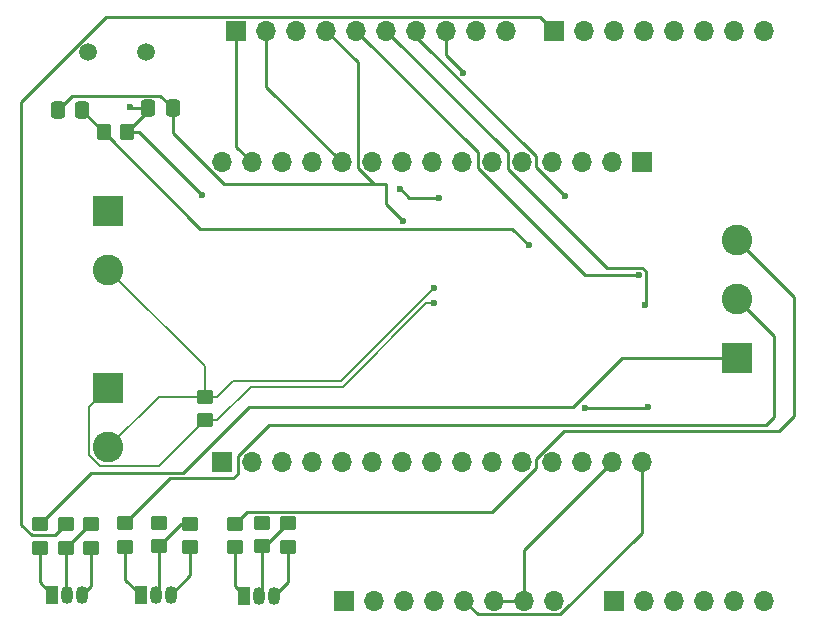
<source format=gbr>
%TF.GenerationSoftware,KiCad,Pcbnew,8.0.2-1*%
%TF.CreationDate,2024-05-27T06:20:34-04:00*%
%TF.ProjectId,ORA_Arduino_ESP_CAN_Shield_Rev_2,4f52415f-4172-4647-9569-6e6f5f455350,rev?*%
%TF.SameCoordinates,Original*%
%TF.FileFunction,Copper,L1,Top*%
%TF.FilePolarity,Positive*%
%FSLAX46Y46*%
G04 Gerber Fmt 4.6, Leading zero omitted, Abs format (unit mm)*
G04 Created by KiCad (PCBNEW 8.0.2-1) date 2024-05-27 06:20:34*
%MOMM*%
%LPD*%
G01*
G04 APERTURE LIST*
G04 Aperture macros list*
%AMRoundRect*
0 Rectangle with rounded corners*
0 $1 Rounding radius*
0 $2 $3 $4 $5 $6 $7 $8 $9 X,Y pos of 4 corners*
0 Add a 4 corners polygon primitive as box body*
4,1,4,$2,$3,$4,$5,$6,$7,$8,$9,$2,$3,0*
0 Add four circle primitives for the rounded corners*
1,1,$1+$1,$2,$3*
1,1,$1+$1,$4,$5*
1,1,$1+$1,$6,$7*
1,1,$1+$1,$8,$9*
0 Add four rect primitives between the rounded corners*
20,1,$1+$1,$2,$3,$4,$5,0*
20,1,$1+$1,$4,$5,$6,$7,0*
20,1,$1+$1,$6,$7,$8,$9,0*
20,1,$1+$1,$8,$9,$2,$3,0*%
G04 Aperture macros list end*
%TA.AperFunction,ComponentPad*%
%ADD10R,1.700000X1.700000*%
%TD*%
%TA.AperFunction,ComponentPad*%
%ADD11O,1.700000X1.700000*%
%TD*%
%TA.AperFunction,SMDPad,CuDef*%
%ADD12RoundRect,0.250000X0.337500X0.475000X-0.337500X0.475000X-0.337500X-0.475000X0.337500X-0.475000X0*%
%TD*%
%TA.AperFunction,SMDPad,CuDef*%
%ADD13RoundRect,0.250000X-0.450000X0.350000X-0.450000X-0.350000X0.450000X-0.350000X0.450000X0.350000X0*%
%TD*%
%TA.AperFunction,ComponentPad*%
%ADD14R,1.050000X1.500000*%
%TD*%
%TA.AperFunction,ComponentPad*%
%ADD15O,1.050000X1.500000*%
%TD*%
%TA.AperFunction,SMDPad,CuDef*%
%ADD16RoundRect,0.250000X0.350000X0.450000X-0.350000X0.450000X-0.350000X-0.450000X0.350000X-0.450000X0*%
%TD*%
%TA.AperFunction,ComponentPad*%
%ADD17R,2.600000X2.600000*%
%TD*%
%TA.AperFunction,ComponentPad*%
%ADD18C,2.600000*%
%TD*%
%TA.AperFunction,ComponentPad*%
%ADD19C,1.500000*%
%TD*%
%TA.AperFunction,ViaPad*%
%ADD20C,0.600000*%
%TD*%
%TA.AperFunction,Conductor*%
%ADD21C,0.250000*%
%TD*%
%TA.AperFunction,Conductor*%
%ADD22C,0.200000*%
%TD*%
G04 APERTURE END LIST*
D10*
%TO.P,J1,1,Pin_1*%
%TO.N,unconnected-(J1-Pin_1-Pad1)*%
X127940000Y-97460000D03*
D11*
%TO.P,J1,2,Pin_2*%
%TO.N,unconnected-(J1-Pin_2-Pad2)*%
X130480000Y-97460000D03*
%TO.P,J1,3,Pin_3*%
%TO.N,unconnected-(J1-Pin_3-Pad3)*%
X133020000Y-97460000D03*
%TO.P,J1,4,Pin_4*%
%TO.N,unconnected-(J1-Pin_4-Pad4)*%
X135560000Y-97460000D03*
%TO.P,J1,5,Pin_5*%
%TO.N,+5V*%
X138100000Y-97460000D03*
%TO.P,J1,6,Pin_6*%
%TO.N,GND*%
X140640000Y-97460000D03*
%TO.P,J1,7,Pin_7*%
X143180000Y-97460000D03*
%TO.P,J1,8,Pin_8*%
%TO.N,unconnected-(J1-Pin_8-Pad8)*%
X145720000Y-97460000D03*
%TD*%
D10*
%TO.P,J3,1,Pin_1*%
%TO.N,unconnected-(J3-Pin_1-Pad1)*%
X150800000Y-97460000D03*
D11*
%TO.P,J3,2,Pin_2*%
%TO.N,unconnected-(J3-Pin_2-Pad2)*%
X153340000Y-97460000D03*
%TO.P,J3,3,Pin_3*%
%TO.N,unconnected-(J3-Pin_3-Pad3)*%
X155880000Y-97460000D03*
%TO.P,J3,4,Pin_4*%
%TO.N,unconnected-(J3-Pin_4-Pad4)*%
X158420000Y-97460000D03*
%TO.P,J3,5,Pin_5*%
%TO.N,unconnected-(J3-Pin_5-Pad5)*%
X160960000Y-97460000D03*
%TO.P,J3,6,Pin_6*%
%TO.N,unconnected-(J3-Pin_6-Pad6)*%
X163500000Y-97460000D03*
%TD*%
D10*
%TO.P,J2,1,Pin_1*%
%TO.N,SCL*%
X118796000Y-49200000D03*
D11*
%TO.P,J2,2,Pin_2*%
%TO.N,SDA*%
X121336000Y-49200000D03*
%TO.P,J2,3,Pin_3*%
%TO.N,unconnected-(J2-Pin_3-Pad3)*%
X123876000Y-49200000D03*
%TO.P,J2,4,Pin_4*%
%TO.N,GND*%
X126416000Y-49200000D03*
%TO.P,J2,5,Pin_5*%
%TO.N,SCK*%
X128956000Y-49200000D03*
%TO.P,J2,6,Pin_6*%
%TO.N,SO*%
X131496000Y-49200000D03*
%TO.P,J2,7,Pin_7*%
%TO.N,SI*%
X134036000Y-49200000D03*
%TO.P,J2,8,Pin_8*%
%TO.N,CS*%
X136576000Y-49200000D03*
%TO.P,J2,9,Pin_9*%
%TO.N,unconnected-(J2-Pin_9-Pad9)*%
X139116000Y-49200000D03*
%TO.P,J2,10,Pin_10*%
%TO.N,unconnected-(J2-Pin_10-Pad10)*%
X141656000Y-49200000D03*
%TD*%
D10*
%TO.P,J4,1,Pin_1*%
%TO.N,LEDPWR_R*%
X145720000Y-49200000D03*
D11*
%TO.P,J4,2,Pin_2*%
%TO.N,LEDPWR_G*%
X148260000Y-49200000D03*
%TO.P,J4,3,Pin_3*%
%TO.N,LEDPWR_B*%
X150800000Y-49200000D03*
%TO.P,J4,4,Pin_4*%
%TO.N,unconnected-(J4-Pin_4-Pad4)*%
X153340000Y-49200000D03*
%TO.P,J4,5,Pin_5*%
%TO.N,unconnected-(J4-Pin_5-Pad5)*%
X155880000Y-49200000D03*
%TO.P,J4,6,Pin_6*%
%TO.N,unconnected-(J4-Pin_6-Pad6)*%
X158420000Y-49200000D03*
%TO.P,J4,7,Pin_7*%
%TO.N,unconnected-(J4-Pin_7-Pad7)*%
X160960000Y-49200000D03*
%TO.P,J4,8,Pin_8*%
%TO.N,unconnected-(J4-Pin_8-Pad8)*%
X163500000Y-49200000D03*
%TD*%
D12*
%TO.P,C4,1*%
%TO.N,GND*%
X113427500Y-55790000D03*
%TO.P,C4,2*%
%TO.N,Net-(U4-OSC2)*%
X111352500Y-55790000D03*
%TD*%
D13*
%TO.P,R4,1*%
%TO.N,LEDPWR_R*%
X104410000Y-90980000D03*
%TO.P,R4,2*%
%TO.N,Net-(Q1-G)*%
X104410000Y-92980000D03*
%TD*%
D14*
%TO.P,Q2,1,D*%
%TO.N,Net-(Q2-D)*%
X119490000Y-97050000D03*
D15*
%TO.P,Q2,2,G*%
%TO.N,Net-(Q2-G)*%
X120760000Y-97050000D03*
%TO.P,Q2,3,S*%
%TO.N,GND*%
X122030000Y-97050000D03*
%TD*%
D14*
%TO.P,Q1,1,D*%
%TO.N,Net-(Q1-D)*%
X103200000Y-96960000D03*
D15*
%TO.P,Q1,2,G*%
%TO.N,Net-(Q1-G)*%
X104470000Y-96960000D03*
%TO.P,Q1,3,S*%
%TO.N,GND*%
X105740000Y-96960000D03*
%TD*%
D16*
%TO.P,R10,1*%
%TO.N,Net-(U4-OSC2)*%
X109560000Y-57780000D03*
%TO.P,R10,2*%
%TO.N,Net-(U4-OSC1)*%
X107560000Y-57780000D03*
%TD*%
D13*
%TO.P,R13,1*%
%TO.N,LEDPWR_G*%
X112230000Y-90870000D03*
%TO.P,R13,2*%
%TO.N,Net-(Q4-G)*%
X112230000Y-92870000D03*
%TD*%
D12*
%TO.P,C5,1*%
%TO.N,Net-(U4-OSC1)*%
X105767500Y-55900000D03*
%TO.P,C5,2*%
%TO.N,GND*%
X103692500Y-55900000D03*
%TD*%
D14*
%TO.P,Q4,1,D*%
%TO.N,Net-(Q4-D)*%
X110700000Y-96980000D03*
D15*
%TO.P,Q4,2,G*%
%TO.N,Net-(Q4-G)*%
X111970000Y-96980000D03*
%TO.P,Q4,3,S*%
%TO.N,GND*%
X113240000Y-96980000D03*
%TD*%
D17*
%TO.P,J5,1,Pin_1*%
%TO.N,CAN-*%
X107960000Y-64450000D03*
D18*
%TO.P,J5,2,Pin_2*%
%TO.N,CAN+*%
X107960000Y-69450000D03*
%TD*%
D13*
%TO.P,R7,1*%
%TO.N,LEDPWR_B*%
X120970000Y-90870000D03*
%TO.P,R7,2*%
%TO.N,Net-(Q2-G)*%
X120970000Y-92870000D03*
%TD*%
%TO.P,R6,1*%
%TO.N,LED_R*%
X102160000Y-91000000D03*
%TO.P,R6,2*%
%TO.N,Net-(Q1-D)*%
X102160000Y-93000000D03*
%TD*%
D17*
%TO.P,J6,1,Pin_1*%
%TO.N,CAN-*%
X107965000Y-79450000D03*
D18*
%TO.P,J6,2,Pin_2*%
%TO.N,CAN+*%
X107965000Y-84450000D03*
%TD*%
D19*
%TO.P,Y2,1,1*%
%TO.N,Net-(U4-OSC1)*%
X106280000Y-51050000D03*
%TO.P,Y2,2,2*%
%TO.N,Net-(U4-OSC2)*%
X111160000Y-51050000D03*
%TD*%
D13*
%TO.P,R5,1*%
%TO.N,Net-(Q1-G)*%
X106520000Y-90980000D03*
%TO.P,R5,2*%
%TO.N,GND*%
X106520000Y-92980000D03*
%TD*%
%TO.P,TR1,1*%
%TO.N,CAN+*%
X116120000Y-80200000D03*
%TO.P,TR1,2*%
%TO.N,CAN-*%
X116120000Y-82200000D03*
%TD*%
D17*
%TO.P,J7,1,Pin_1*%
%TO.N,LED_R*%
X161190000Y-76940000D03*
D18*
%TO.P,J7,2,Pin_2*%
%TO.N,LED_G*%
X161190000Y-71940000D03*
%TO.P,J7,3,Pin_3*%
%TO.N,LED_B*%
X161190000Y-66940000D03*
%TD*%
D10*
%TO.P,U1,1,3V3*%
%TO.N,unconnected-(U1-3V3-Pad1)*%
X153120000Y-60330000D03*
D11*
%TO.P,U1,2,GND*%
%TO.N,GND*%
X150580000Y-60330000D03*
%TO.P,U1,3,D15*%
%TO.N,unconnected-(U1-D15-Pad3)*%
X148040000Y-60330000D03*
%TO.P,U1,4,D2*%
%TO.N,unconnected-(U1-D2-Pad4)*%
X145500000Y-60330000D03*
%TO.P,U1,5,D4*%
%TO.N,unconnected-(U1-D4-Pad5)*%
X142960000Y-60330000D03*
%TO.P,U1,6,RX2*%
%TO.N,unconnected-(U1-RX2-Pad6)*%
X140420000Y-60330000D03*
%TO.P,U1,7,TX2*%
%TO.N,unconnected-(U1-TX2-Pad7)*%
X137880000Y-60330000D03*
%TO.P,U1,8,D5*%
%TO.N,unconnected-(U1-D5-Pad8)*%
X135340000Y-60330000D03*
%TO.P,U1,9,D18*%
%TO.N,unconnected-(U1-D18-Pad9)*%
X132800000Y-60330000D03*
%TO.P,U1,10,D19*%
%TO.N,unconnected-(U1-D19-Pad10)*%
X130260000Y-60330000D03*
%TO.P,U1,11,D21*%
%TO.N,SDA*%
X127720000Y-60330000D03*
%TO.P,U1,12,RX0*%
%TO.N,unconnected-(U1-RX0-Pad12)*%
X125180000Y-60330000D03*
%TO.P,U1,13,TX0*%
%TO.N,unconnected-(U1-TX0-Pad13)*%
X122640000Y-60330000D03*
%TO.P,U1,14,D22*%
%TO.N,SCL*%
X120100000Y-60330000D03*
%TO.P,U1,15,D23*%
%TO.N,unconnected-(U1-D23-Pad15)*%
X117560000Y-60330000D03*
D10*
%TO.P,U1,16,EN*%
%TO.N,unconnected-(U1-EN-Pad16)*%
X117580000Y-85730000D03*
D11*
%TO.P,U1,17,VP*%
%TO.N,unconnected-(U1-VP-Pad17)*%
X120120000Y-85730000D03*
%TO.P,U1,18,VN*%
%TO.N,unconnected-(U1-VN-Pad18)*%
X122660000Y-85730000D03*
%TO.P,U1,19,D34*%
%TO.N,unconnected-(U1-D34-Pad19)*%
X125200000Y-85730000D03*
%TO.P,U1,20,D35*%
%TO.N,unconnected-(U1-D35-Pad20)*%
X127740000Y-85730000D03*
%TO.P,U1,21,D32*%
%TO.N,unconnected-(U1-D32-Pad21)*%
X130280000Y-85730000D03*
%TO.P,U1,22,D33*%
%TO.N,unconnected-(U1-D33-Pad22)*%
X132820000Y-85730000D03*
%TO.P,U1,23,D25*%
%TO.N,unconnected-(U1-D25-Pad23)*%
X135360000Y-85730000D03*
%TO.P,U1,24,D26*%
%TO.N,unconnected-(U1-D26-Pad24)*%
X137900000Y-85730000D03*
%TO.P,U1,25,D27*%
%TO.N,unconnected-(U1-D27-Pad25)*%
X140440000Y-85730000D03*
%TO.P,U1,26,D14*%
%TO.N,unconnected-(U1-D14-Pad26)*%
X142980000Y-85730000D03*
%TO.P,U1,27,D12*%
%TO.N,unconnected-(U1-D12-Pad27)*%
X145520000Y-85730000D03*
%TO.P,U1,28,D13*%
%TO.N,unconnected-(U1-D13-Pad28)*%
X148060000Y-85730000D03*
%TO.P,U1,29,GND*%
%TO.N,GND*%
X150600000Y-85730000D03*
%TO.P,U1,30,VIN*%
%TO.N,+5V*%
X153140000Y-85730000D03*
%TD*%
D13*
%TO.P,R8,1*%
%TO.N,Net-(Q2-G)*%
X123180000Y-90890000D03*
%TO.P,R8,2*%
%TO.N,GND*%
X123180000Y-92890000D03*
%TD*%
%TO.P,R15,1*%
%TO.N,LED_G*%
X109410000Y-90920000D03*
%TO.P,R15,2*%
%TO.N,Net-(Q4-D)*%
X109410000Y-92920000D03*
%TD*%
%TO.P,R14,1*%
%TO.N,Net-(Q4-G)*%
X114920000Y-90950000D03*
%TO.P,R14,2*%
%TO.N,GND*%
X114920000Y-92950000D03*
%TD*%
%TO.P,R9,1*%
%TO.N,LED_B*%
X118670000Y-90940000D03*
%TO.P,R9,2*%
%TO.N,Net-(Q2-D)*%
X118670000Y-92940000D03*
%TD*%
D20*
%TO.N,GND*%
X153660000Y-81030000D03*
X148330000Y-81190000D03*
X132920000Y-65340000D03*
%TO.N,Net-(U4-OSC2)*%
X132680000Y-62650000D03*
X135960000Y-63360000D03*
X109800000Y-55700000D03*
X115910000Y-63130000D03*
%TO.N,Net-(U4-OSC1)*%
X143540000Y-67380000D03*
X105790000Y-55910000D03*
%TO.N,LEDPWR_G*%
X112190000Y-90840000D03*
%TO.N,LEDPWR_B*%
X120940000Y-90850000D03*
%TO.N,SCK*%
X152860000Y-69910000D03*
%TO.N,SI*%
X146620000Y-63240000D03*
%TO.N,CS*%
X137990000Y-52760000D03*
%TO.N,SO*%
X153400000Y-72440000D03*
%TO.N,CAN-*%
X135530000Y-72270000D03*
%TO.N,CAN+*%
X135530000Y-71000000D03*
%TD*%
D21*
%TO.N,GND*%
X126416000Y-49200000D02*
X129085000Y-51869000D01*
X114920000Y-95300000D02*
X113240000Y-96980000D01*
X153660000Y-81030000D02*
X153660000Y-80940000D01*
X150600000Y-85730000D02*
X143180000Y-93150000D01*
X123180000Y-92890000D02*
X123180000Y-95900000D01*
X114920000Y-92950000D02*
X114920000Y-95300000D01*
X106520000Y-92980000D02*
X106520000Y-96180000D01*
X153660000Y-80940000D02*
X153600000Y-81000000D01*
X113427500Y-57859201D02*
X117778299Y-62210000D01*
X153410000Y-81190000D02*
X153570000Y-81030000D01*
X153570000Y-81030000D02*
X153660000Y-81030000D01*
X143180000Y-93150000D02*
X143180000Y-97460000D01*
X117778299Y-62210000D02*
X131480000Y-62210000D01*
X106520000Y-96180000D02*
X105740000Y-96960000D01*
X140640000Y-97460000D02*
X143180000Y-97460000D01*
X132920000Y-65320000D02*
X132920000Y-65340000D01*
X148330000Y-81190000D02*
X153410000Y-81190000D01*
X129085000Y-51869000D02*
X129085000Y-60816701D01*
X131480000Y-62210000D02*
X131480000Y-63880000D01*
X129085000Y-60816701D02*
X130478299Y-62210000D01*
X132940000Y-65340000D02*
X132880000Y-65280000D01*
X123180000Y-95900000D02*
X122030000Y-97050000D01*
X103692500Y-55900000D02*
X104852500Y-54740000D01*
X112377500Y-54740000D02*
X113427500Y-55790000D01*
X130478299Y-62210000D02*
X131480000Y-62210000D01*
X132920000Y-65340000D02*
X132940000Y-65340000D01*
X131480000Y-63880000D02*
X132920000Y-65320000D01*
X104852500Y-54740000D02*
X112377500Y-54740000D01*
X113427500Y-55790000D02*
X113427500Y-57859201D01*
%TO.N,+5V*%
X153140000Y-91720000D02*
X153140000Y-85730000D01*
X146225000Y-98635000D02*
X153140000Y-91720000D01*
X139275000Y-98635000D02*
X146225000Y-98635000D01*
X138100000Y-97460000D02*
X139275000Y-98635000D01*
%TO.N,Net-(U4-OSC2)*%
X132680000Y-62620000D02*
X132740000Y-62680000D01*
X115910000Y-63130000D02*
X110560000Y-57780000D01*
X111352500Y-55790000D02*
X111352500Y-55987500D01*
X132710000Y-62650000D02*
X132680000Y-62650000D01*
X110560000Y-57780000D02*
X109560000Y-57780000D01*
X132680000Y-62650000D02*
X132680000Y-62620000D01*
X109890000Y-55790000D02*
X109800000Y-55700000D01*
X111352500Y-55790000D02*
X109890000Y-55790000D01*
X135960000Y-63360000D02*
X133420000Y-63360000D01*
X133420000Y-63360000D02*
X132710000Y-62650000D01*
X109800000Y-55700000D02*
X109830000Y-55730000D01*
X111352500Y-55987500D02*
X109560000Y-57780000D01*
%TO.N,Net-(U4-OSC1)*%
X105767500Y-55900000D02*
X105790000Y-55910000D01*
X105790000Y-55910000D02*
X105767500Y-55987500D01*
X143540000Y-67360000D02*
X143540000Y-67380000D01*
X143540000Y-67380000D02*
X143560000Y-67380000D01*
X115745000Y-65965000D02*
X142145000Y-65965000D01*
X142145000Y-65965000D02*
X143540000Y-67360000D01*
X105767500Y-55987500D02*
X107560000Y-57780000D01*
X107560000Y-57780000D02*
X115745000Y-65965000D01*
X143560000Y-67380000D02*
X143480000Y-67300000D01*
%TO.N,LEDPWR_R*%
X100562000Y-55228000D02*
X107765000Y-48025000D01*
X101464900Y-91925000D02*
X100562000Y-91022100D01*
X144545000Y-48025000D02*
X145720000Y-49200000D01*
X100562000Y-91022100D02*
X100562000Y-55228000D01*
X104410000Y-90980000D02*
X103465000Y-91925000D01*
X103465000Y-91925000D02*
X101464900Y-91925000D01*
X107765000Y-48025000D02*
X144545000Y-48025000D01*
%TO.N,LED_B*%
X144155000Y-85433299D02*
X146508299Y-83080000D01*
X146508299Y-83080000D02*
X164790000Y-83080000D01*
X166030000Y-71780000D02*
X161190000Y-66940000D01*
X164790000Y-83080000D02*
X166030000Y-81840000D01*
X166030000Y-81840000D02*
X166030000Y-71780000D01*
X118670000Y-90940000D02*
X119665000Y-89945000D01*
X140426701Y-89945000D02*
X144155000Y-86216701D01*
X119665000Y-89945000D02*
X140426701Y-89945000D01*
X144155000Y-86216701D02*
X144155000Y-85433299D01*
%TO.N,LED_R*%
X102160000Y-91000000D02*
X106500000Y-86660000D01*
X147346116Y-81090000D02*
X151496116Y-76940000D01*
X106500000Y-86660000D02*
X114300000Y-86660000D01*
X119870000Y-81090000D02*
X147346116Y-81090000D01*
X114300000Y-86660000D02*
X119870000Y-81090000D01*
X151496116Y-76940000D02*
X161190000Y-76940000D01*
%TO.N,LED_G*%
X113220000Y-87110000D02*
X118550000Y-87110000D01*
X163670000Y-82600000D02*
X164320000Y-81950000D01*
X109410000Y-90920000D02*
X113220000Y-87110000D01*
X118945000Y-85243299D02*
X121588299Y-82600000D01*
X118945000Y-86715000D02*
X118945000Y-85243299D01*
X118550000Y-87110000D02*
X118945000Y-86715000D01*
X164320000Y-81950000D02*
X164320000Y-75070000D01*
X121588299Y-82600000D02*
X163670000Y-82600000D01*
X164320000Y-75070000D02*
X161190000Y-71940000D01*
%TO.N,Net-(Q1-D)*%
X102160000Y-93000000D02*
X102160000Y-95920000D01*
X102160000Y-95920000D02*
X103200000Y-96960000D01*
%TO.N,SCL*%
X118796000Y-59026000D02*
X120100000Y-60330000D01*
X118796000Y-49200000D02*
X118796000Y-59026000D01*
%TO.N,SDA*%
X121336000Y-49200000D02*
X121336000Y-53946000D01*
X121336000Y-53946000D02*
X127720000Y-60330000D01*
%TO.N,Net-(Q1-G)*%
X106520000Y-90980000D02*
X106410000Y-90980000D01*
X106410000Y-90980000D02*
X104410000Y-92980000D01*
X104410000Y-92980000D02*
X104410000Y-96900000D01*
X104410000Y-96900000D02*
X104470000Y-96960000D01*
%TO.N,Net-(Q2-D)*%
X118670000Y-96230000D02*
X119490000Y-97050000D01*
X118670000Y-92940000D02*
X118670000Y-96230000D01*
%TO.N,Net-(Q2-G)*%
X121200000Y-92870000D02*
X120970000Y-92870000D01*
X120970000Y-96840000D02*
X120760000Y-97050000D01*
X123180000Y-90890000D02*
X121200000Y-92870000D01*
X120970000Y-92870000D02*
X120970000Y-96840000D01*
%TO.N,Net-(Q4-G)*%
X112230000Y-92870000D02*
X112230000Y-96720000D01*
X114920000Y-90950000D02*
X114150000Y-90950000D01*
X112230000Y-96720000D02*
X111970000Y-96980000D01*
X114150000Y-90950000D02*
X112230000Y-92870000D01*
%TO.N,Net-(Q4-D)*%
X109410000Y-92920000D02*
X109410000Y-95690000D01*
X109410000Y-95690000D02*
X110700000Y-96980000D01*
%TO.N,SCK*%
X139245000Y-60816701D02*
X148348299Y-69920000D01*
X152790000Y-69920000D02*
X152860000Y-69910000D01*
X152860000Y-69910000D02*
X152810000Y-69920000D01*
X139245000Y-59489000D02*
X139245000Y-60816701D01*
X152810000Y-69920000D02*
X152800000Y-69920000D01*
X148348299Y-69920000D02*
X152790000Y-69920000D01*
X128956000Y-49200000D02*
X139245000Y-59489000D01*
%TO.N,SI*%
X146620000Y-63240000D02*
X144135000Y-60755000D01*
X144135000Y-60755000D02*
X144135000Y-59843299D01*
X144135000Y-59843299D02*
X134036000Y-49744299D01*
X134036000Y-49744299D02*
X134036000Y-49200000D01*
%TO.N,CS*%
X136576000Y-49200000D02*
X136576000Y-51306000D01*
X137990000Y-52720000D02*
X137990000Y-52760000D01*
X138030000Y-52760000D02*
X137940000Y-52670000D01*
X137990000Y-52760000D02*
X138030000Y-52760000D01*
X136576000Y-51306000D02*
X137990000Y-52720000D01*
%TO.N,SO*%
X131496000Y-49200000D02*
X141785000Y-59489000D01*
X150180000Y-69270000D02*
X153170000Y-69270000D01*
X153400000Y-72420000D02*
X153400000Y-72440000D01*
X153400000Y-72440000D02*
X153380000Y-72440000D01*
X153380000Y-72440000D02*
X153420000Y-72400000D01*
X153170000Y-69270000D02*
X153485000Y-69585000D01*
X153485000Y-72335000D02*
X153400000Y-72420000D01*
X141785000Y-59489000D02*
X141785000Y-60875000D01*
X153485000Y-69585000D02*
X153485000Y-72335000D01*
X141785000Y-60875000D02*
X150180000Y-69270000D01*
D22*
%TO.N,CAN-*%
X107302258Y-86050000D02*
X106365000Y-85112742D01*
D21*
X108465000Y-79950000D02*
X107965000Y-79450000D01*
D22*
X116120000Y-82200000D02*
X112270000Y-86050000D01*
X134896397Y-72270000D02*
X127831397Y-79335000D01*
X106365000Y-85112742D02*
X106365000Y-81050000D01*
X117170001Y-82200000D02*
X116120000Y-82200000D01*
X106365000Y-81050000D02*
X107965000Y-79450000D01*
X135530000Y-72270000D02*
X134896397Y-72270000D01*
X120035001Y-79335000D02*
X117170001Y-82200000D01*
X112270000Y-86050000D02*
X107302258Y-86050000D01*
X127831397Y-79335000D02*
X120035001Y-79335000D01*
%TO.N,CAN+*%
X112215000Y-80200000D02*
X107965000Y-84450000D01*
X135530000Y-71000000D02*
X127644980Y-78885020D01*
X116120000Y-77610000D02*
X107960000Y-69450000D01*
X117170001Y-80200000D02*
X116230000Y-80200000D01*
X116120000Y-80200000D02*
X112215000Y-80200000D01*
X116150000Y-80200000D02*
X116120000Y-80200000D01*
X127644980Y-78885020D02*
X118484981Y-78885020D01*
X116190000Y-80240000D02*
X116150000Y-80200000D01*
X116120000Y-80200000D02*
X116120000Y-77610000D01*
X116230000Y-80200000D02*
X116190000Y-80240000D01*
X118484981Y-78885020D02*
X117170001Y-80200000D01*
%TD*%
M02*

</source>
